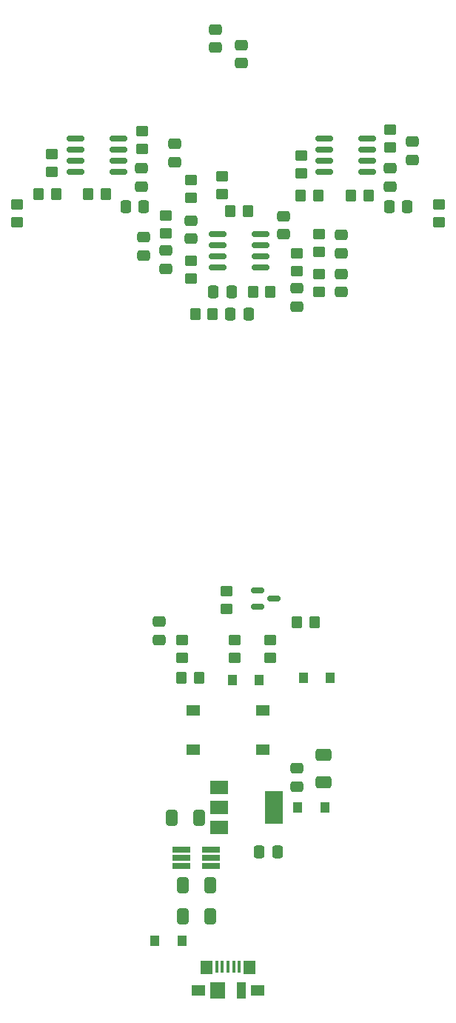
<source format=gbr>
%TF.GenerationSoftware,KiCad,Pcbnew,7.0.7*%
%TF.CreationDate,2023-10-13T18:50:11+02:00*%
%TF.ProjectId,Cable_Monitor,4361626c-655f-44d6-9f6e-69746f722e6b,rev?*%
%TF.SameCoordinates,Original*%
%TF.FileFunction,Paste,Top*%
%TF.FilePolarity,Positive*%
%FSLAX46Y46*%
G04 Gerber Fmt 4.6, Leading zero omitted, Abs format (unit mm)*
G04 Created by KiCad (PCBNEW 7.0.7) date 2023-10-13 18:50:11*
%MOMM*%
%LPD*%
G01*
G04 APERTURE LIST*
G04 Aperture macros list*
%AMRoundRect*
0 Rectangle with rounded corners*
0 $1 Rounding radius*
0 $2 $3 $4 $5 $6 $7 $8 $9 X,Y pos of 4 corners*
0 Add a 4 corners polygon primitive as box body*
4,1,4,$2,$3,$4,$5,$6,$7,$8,$9,$2,$3,0*
0 Add four circle primitives for the rounded corners*
1,1,$1+$1,$2,$3*
1,1,$1+$1,$4,$5*
1,1,$1+$1,$6,$7*
1,1,$1+$1,$8,$9*
0 Add four rect primitives between the rounded corners*
20,1,$1+$1,$2,$3,$4,$5,0*
20,1,$1+$1,$4,$5,$6,$7,0*
20,1,$1+$1,$6,$7,$8,$9,0*
20,1,$1+$1,$8,$9,$2,$3,0*%
G04 Aperture macros list end*
%ADD10R,2.000000X0.650000*%
%ADD11RoundRect,0.150000X-0.587500X-0.150000X0.587500X-0.150000X0.587500X0.150000X-0.587500X0.150000X0*%
%ADD12RoundRect,0.150000X-0.825000X-0.150000X0.825000X-0.150000X0.825000X0.150000X-0.825000X0.150000X0*%
%ADD13RoundRect,0.250000X0.337500X0.475000X-0.337500X0.475000X-0.337500X-0.475000X0.337500X-0.475000X0*%
%ADD14RoundRect,0.250000X0.475000X-0.337500X0.475000X0.337500X-0.475000X0.337500X-0.475000X-0.337500X0*%
%ADD15RoundRect,0.250000X-0.350000X-0.450000X0.350000X-0.450000X0.350000X0.450000X-0.350000X0.450000X0*%
%ADD16R,1.550000X1.300000*%
%ADD17RoundRect,0.250000X0.350000X0.450000X-0.350000X0.450000X-0.350000X-0.450000X0.350000X-0.450000X0*%
%ADD18RoundRect,0.250000X-0.337500X-0.475000X0.337500X-0.475000X0.337500X0.475000X-0.337500X0.475000X0*%
%ADD19RoundRect,0.250000X-0.450000X0.350000X-0.450000X-0.350000X0.450000X-0.350000X0.450000X0.350000X0*%
%ADD20RoundRect,0.250000X-0.475000X0.337500X-0.475000X-0.337500X0.475000X-0.337500X0.475000X0.337500X0*%
%ADD21R,2.000000X1.500000*%
%ADD22R,2.000000X3.800000*%
%ADD23RoundRect,0.250000X0.450000X-0.350000X0.450000X0.350000X-0.450000X0.350000X-0.450000X-0.350000X0*%
%ADD24RoundRect,0.250000X-0.412500X-0.650000X0.412500X-0.650000X0.412500X0.650000X-0.412500X0.650000X0*%
%ADD25R,0.450000X1.380000*%
%ADD26R,1.650000X1.300000*%
%ADD27R,1.425000X1.550000*%
%ADD28R,1.800000X1.900000*%
%ADD29R,1.000000X1.900000*%
%ADD30RoundRect,0.250000X0.650000X-0.412500X0.650000X0.412500X-0.650000X0.412500X-0.650000X-0.412500X0*%
%ADD31R,1.120000X1.220000*%
G04 APERTURE END LIST*
D10*
%TO.C,U1*%
X133985000Y-135570000D03*
X133985000Y-134620000D03*
X133985000Y-133670000D03*
X130565000Y-133670000D03*
X130565000Y-134620000D03*
X130565000Y-135570000D03*
%TD*%
D11*
%TO.C,Q1*%
X139270500Y-104079000D03*
X139270500Y-105979000D03*
X141145500Y-105029000D03*
%TD*%
D12*
%TO.C,U5*%
X118429000Y-52451000D03*
X118429000Y-53721000D03*
X118429000Y-54991000D03*
X118429000Y-56261000D03*
X123379000Y-56261000D03*
X123379000Y-54991000D03*
X123379000Y-53721000D03*
X123379000Y-52451000D03*
%TD*%
D13*
%TO.C,C20*%
X138246500Y-72517000D03*
X136171500Y-72517000D03*
%TD*%
D14*
%TO.C,C14*%
X154432000Y-57933500D03*
X154432000Y-55858500D03*
%TD*%
D15*
%TO.C,R22*%
X138749000Y-69977000D03*
X140749000Y-69977000D03*
%TD*%
D12*
%TO.C,U6*%
X146877000Y-52451000D03*
X146877000Y-53721000D03*
X146877000Y-54991000D03*
X146877000Y-56261000D03*
X151827000Y-56261000D03*
X151827000Y-54991000D03*
X151827000Y-53721000D03*
X151827000Y-52451000D03*
%TD*%
D16*
%TO.C,SW1*%
X131910000Y-117765000D03*
X139870000Y-117765000D03*
X131910000Y-122265000D03*
X139870000Y-122265000D03*
%TD*%
D15*
%TO.C,R14*%
X144226000Y-58928000D03*
X146226000Y-58928000D03*
%TD*%
D14*
%TO.C,C10*%
X129794000Y-55139500D03*
X129794000Y-53064500D03*
%TD*%
D17*
%TO.C,R20*%
X134145000Y-72517000D03*
X132145000Y-72517000D03*
%TD*%
D18*
%TO.C,C13*%
X124184500Y-60198000D03*
X126259500Y-60198000D03*
%TD*%
D14*
%TO.C,C17*%
X128778000Y-67331500D03*
X128778000Y-65256500D03*
%TD*%
D19*
%TO.C,R17*%
X131621000Y-57166000D03*
X131621000Y-59166000D03*
%TD*%
D15*
%TO.C,R21*%
X136144000Y-60706000D03*
X138144000Y-60706000D03*
%TD*%
D19*
%TO.C,R6*%
X130683000Y-109744000D03*
X130683000Y-111744000D03*
%TD*%
D20*
%TO.C,C2*%
X128016000Y-107653000D03*
X128016000Y-109728000D03*
%TD*%
%TO.C,C9*%
X137414000Y-41761500D03*
X137414000Y-43836500D03*
%TD*%
D19*
%TO.C,R3*%
X135763000Y-104156000D03*
X135763000Y-106156000D03*
%TD*%
D14*
%TO.C,C16*%
X142240000Y-63394500D03*
X142240000Y-61319500D03*
%TD*%
D21*
%TO.C,U2*%
X134840000Y-126605000D03*
X134840000Y-128905000D03*
D22*
X141140000Y-128905000D03*
D21*
X134840000Y-131205000D03*
%TD*%
D23*
%TO.C,R7*%
X111760000Y-61960000D03*
X111760000Y-59960000D03*
%TD*%
D19*
%TO.C,R4*%
X136652000Y-109744000D03*
X136652000Y-111744000D03*
%TD*%
%TO.C,R25*%
X128778000Y-61230000D03*
X128778000Y-63230000D03*
%TD*%
%TO.C,R15*%
X126049000Y-51578000D03*
X126049000Y-53578000D03*
%TD*%
D20*
%TO.C,C19*%
X131621000Y-61827500D03*
X131621000Y-63902500D03*
%TD*%
D24*
%TO.C,C5*%
X129442500Y-130048000D03*
X132567500Y-130048000D03*
%TD*%
D19*
%TO.C,R24*%
X146304000Y-67961000D03*
X146304000Y-69961000D03*
%TD*%
%TO.C,R12*%
X115759000Y-54245000D03*
X115759000Y-56245000D03*
%TD*%
D20*
%TO.C,C24*%
X148844000Y-63478500D03*
X148844000Y-65553500D03*
%TD*%
D18*
%TO.C,C15*%
X154348500Y-60198000D03*
X156423500Y-60198000D03*
%TD*%
D19*
%TO.C,R16*%
X154432000Y-51451000D03*
X154432000Y-53451000D03*
%TD*%
D25*
%TO.C,J1*%
X134590000Y-147130000D03*
X135240000Y-147130000D03*
X135890000Y-147130000D03*
X136540000Y-147130000D03*
X137190000Y-147130000D03*
D26*
X132515000Y-149790000D03*
D27*
X133402500Y-147215000D03*
D28*
X134740000Y-149790000D03*
D29*
X137440000Y-149790000D03*
D27*
X138377500Y-147215000D03*
D26*
X139265000Y-149790000D03*
%TD*%
D30*
%TO.C,C1*%
X146812000Y-126022500D03*
X146812000Y-122897500D03*
%TD*%
D20*
%TO.C,C11*%
X156972000Y-52810500D03*
X156972000Y-54885500D03*
%TD*%
%TO.C,C8*%
X134493000Y-39983500D03*
X134493000Y-42058500D03*
%TD*%
D31*
%TO.C,D2*%
X139472000Y-114300000D03*
X136372000Y-114300000D03*
%TD*%
D17*
%TO.C,R1*%
X145780000Y-107696000D03*
X143780000Y-107696000D03*
%TD*%
D19*
%TO.C,R23*%
X143764000Y-65548000D03*
X143764000Y-67548000D03*
%TD*%
D31*
%TO.C,D4*%
X146965000Y-128905000D03*
X143865000Y-128905000D03*
%TD*%
D19*
%TO.C,R11*%
X144272000Y-54372000D03*
X144272000Y-56372000D03*
%TD*%
%TO.C,R26*%
X146304000Y-63373000D03*
X146304000Y-65373000D03*
%TD*%
D15*
%TO.C,R10*%
X119904000Y-58801000D03*
X121904000Y-58801000D03*
%TD*%
%TO.C,R9*%
X149941000Y-58928000D03*
X151941000Y-58928000D03*
%TD*%
D18*
%TO.C,C18*%
X134201500Y-69977000D03*
X136276500Y-69977000D03*
%TD*%
D17*
%TO.C,R5*%
X132572000Y-114046000D03*
X130572000Y-114046000D03*
%TD*%
D23*
%TO.C,R8*%
X160020000Y-61960000D03*
X160020000Y-59960000D03*
%TD*%
D14*
%TO.C,C12*%
X125984000Y-57933500D03*
X125984000Y-55858500D03*
%TD*%
D19*
%TO.C,R18*%
X135177000Y-56785000D03*
X135177000Y-58785000D03*
%TD*%
D20*
%TO.C,C23*%
X126238000Y-63732500D03*
X126238000Y-65807500D03*
%TD*%
D24*
%TO.C,C4*%
X130712500Y-141290000D03*
X133837500Y-141290000D03*
%TD*%
D19*
%TO.C,R19*%
X131621000Y-66437000D03*
X131621000Y-68437000D03*
%TD*%
D31*
%TO.C,D1*%
X144500000Y-114046000D03*
X147600000Y-114046000D03*
%TD*%
D24*
%TO.C,C3*%
X130712500Y-137795000D03*
X133837500Y-137795000D03*
%TD*%
D15*
%TO.C,R13*%
X114251000Y-58801000D03*
X116251000Y-58801000D03*
%TD*%
D14*
%TO.C,C7*%
X143764000Y-126513500D03*
X143764000Y-124438500D03*
%TD*%
D19*
%TO.C,R2*%
X140716000Y-109744000D03*
X140716000Y-111744000D03*
%TD*%
D31*
%TO.C,D3*%
X127550000Y-144145000D03*
X130650000Y-144145000D03*
%TD*%
D14*
%TO.C,C22*%
X148844000Y-69998500D03*
X148844000Y-67923500D03*
%TD*%
D12*
%TO.C,U7*%
X134669000Y-63373000D03*
X134669000Y-64643000D03*
X134669000Y-65913000D03*
X134669000Y-67183000D03*
X139619000Y-67183000D03*
X139619000Y-65913000D03*
X139619000Y-64643000D03*
X139619000Y-63373000D03*
%TD*%
D13*
%TO.C,C6*%
X141567500Y-133985000D03*
X139492500Y-133985000D03*
%TD*%
D14*
%TO.C,C21*%
X143764000Y-71649500D03*
X143764000Y-69574500D03*
%TD*%
M02*

</source>
